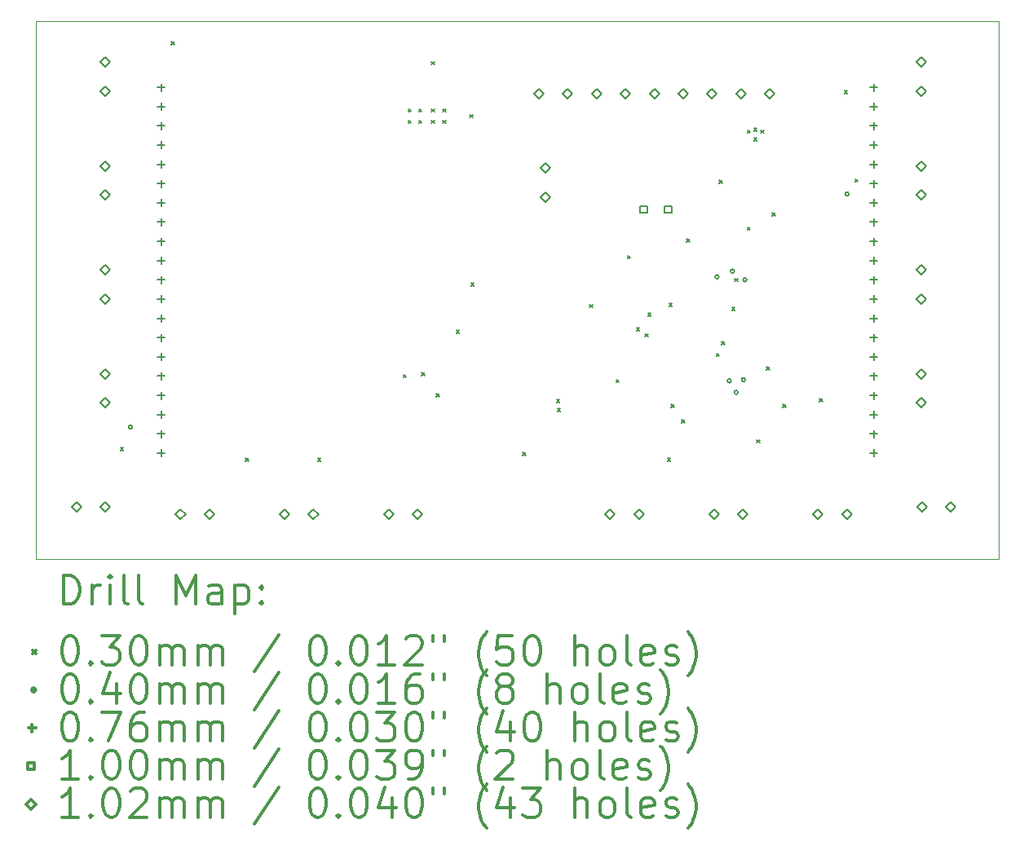
<source format=gbr>
%FSLAX45Y45*%
G04 Gerber Fmt 4.5, Leading zero omitted, Abs format (unit mm)*
G04 Created by KiCad (PCBNEW (5.1.4)-1) date 2021-11-29 21:01:01*
%MOMM*%
%LPD*%
G04 APERTURE LIST*
%ADD10C,0.100000*%
%ADD11C,0.200000*%
%ADD12C,0.300000*%
G04 APERTURE END LIST*
D10*
X21880000Y-6450000D02*
X11880000Y-6450000D01*
X21880000Y-12040000D02*
X21880000Y-6450000D01*
X11880000Y-12040000D02*
X21880000Y-12040000D01*
X11880000Y-12040000D02*
X11880000Y-6450000D01*
D11*
X12755000Y-10885000D02*
X12785000Y-10915000D01*
X12785000Y-10885000D02*
X12755000Y-10915000D01*
X13285000Y-6665000D02*
X13315000Y-6695000D01*
X13315000Y-6665000D02*
X13285000Y-6695000D01*
X14055000Y-10995000D02*
X14085000Y-11025000D01*
X14085000Y-10995000D02*
X14055000Y-11025000D01*
X14805001Y-10995000D02*
X14835001Y-11025000D01*
X14835001Y-10995000D02*
X14805001Y-11025000D01*
X15695000Y-10125000D02*
X15725000Y-10155000D01*
X15725000Y-10125000D02*
X15695000Y-10155000D01*
X15885000Y-10105000D02*
X15915000Y-10135000D01*
X15915000Y-10105000D02*
X15885000Y-10135000D01*
X15985000Y-6875000D02*
X16015000Y-6905000D01*
X16015000Y-6875000D02*
X15985000Y-6905000D01*
X16035000Y-10325000D02*
X16065000Y-10355000D01*
X16065000Y-10325000D02*
X16035000Y-10355000D01*
X16245000Y-9665000D02*
X16275000Y-9695000D01*
X16275000Y-9665000D02*
X16245000Y-9695000D01*
X16385000Y-7425000D02*
X16415000Y-7455000D01*
X16415000Y-7425000D02*
X16385000Y-7455000D01*
X16395000Y-9175000D02*
X16425000Y-9205000D01*
X16425000Y-9175000D02*
X16395000Y-9205000D01*
X16935000Y-10932499D02*
X16965000Y-10962499D01*
X16965000Y-10932499D02*
X16935000Y-10962499D01*
X17285000Y-10385000D02*
X17315000Y-10415000D01*
X17315000Y-10385000D02*
X17285000Y-10415000D01*
X17294999Y-10475000D02*
X17324999Y-10505000D01*
X17324999Y-10475000D02*
X17294999Y-10505000D01*
X17630000Y-9399000D02*
X17660000Y-9429000D01*
X17660000Y-9399000D02*
X17630000Y-9429000D01*
X17905000Y-10175000D02*
X17935000Y-10205000D01*
X17935000Y-10175000D02*
X17905000Y-10205000D01*
X18020000Y-8891000D02*
X18050000Y-8921000D01*
X18050000Y-8891000D02*
X18020000Y-8921000D01*
X18114025Y-9639999D02*
X18144025Y-9669999D01*
X18144025Y-9639999D02*
X18114025Y-9669999D01*
X18205000Y-9702500D02*
X18235000Y-9732500D01*
X18235000Y-9702500D02*
X18205000Y-9732500D01*
X18235000Y-9485000D02*
X18265000Y-9515000D01*
X18265000Y-9485000D02*
X18235000Y-9515000D01*
X18434999Y-10995000D02*
X18464999Y-11025000D01*
X18464999Y-10995000D02*
X18434999Y-11025000D01*
X18455000Y-9385000D02*
X18485000Y-9415000D01*
X18485000Y-9385000D02*
X18455000Y-9415000D01*
X18475001Y-10435000D02*
X18505001Y-10465000D01*
X18505001Y-10435000D02*
X18475001Y-10465000D01*
X18585000Y-10595000D02*
X18615000Y-10625000D01*
X18615000Y-10595000D02*
X18585000Y-10625000D01*
X18635000Y-8715000D02*
X18665000Y-8745000D01*
X18665000Y-8715000D02*
X18635000Y-8745000D01*
X18945000Y-9905000D02*
X18975000Y-9935000D01*
X18975000Y-9905000D02*
X18945000Y-9935000D01*
X18975000Y-8105000D02*
X19005000Y-8135000D01*
X19005000Y-8105000D02*
X18975000Y-8135000D01*
X18999999Y-9785000D02*
X19029999Y-9815000D01*
X19029999Y-9785000D02*
X18999999Y-9815000D01*
X19105000Y-9427500D02*
X19135000Y-9457500D01*
X19135000Y-9427500D02*
X19105000Y-9457500D01*
X19135000Y-9125000D02*
X19165000Y-9155000D01*
X19165000Y-9125000D02*
X19135000Y-9155000D01*
X19265000Y-7585000D02*
X19295000Y-7615000D01*
X19295000Y-7585000D02*
X19265000Y-7615000D01*
X19265000Y-8595000D02*
X19295000Y-8625000D01*
X19295000Y-8595000D02*
X19265000Y-8625000D01*
X19335000Y-7565000D02*
X19365000Y-7595000D01*
X19365000Y-7565000D02*
X19335000Y-7595000D01*
X19335000Y-7665000D02*
X19365000Y-7695000D01*
X19365000Y-7665000D02*
X19335000Y-7695000D01*
X19365000Y-10805000D02*
X19395000Y-10835000D01*
X19395000Y-10805000D02*
X19365000Y-10835000D01*
X19405000Y-7585000D02*
X19435000Y-7615000D01*
X19435000Y-7585000D02*
X19405000Y-7615000D01*
X19465000Y-10045000D02*
X19495000Y-10075000D01*
X19495000Y-10045000D02*
X19465000Y-10075000D01*
X19525000Y-8445000D02*
X19555000Y-8475000D01*
X19555000Y-8445000D02*
X19525000Y-8475000D01*
X19635000Y-10435000D02*
X19665000Y-10465000D01*
X19665000Y-10435000D02*
X19635000Y-10465000D01*
X20015000Y-10375000D02*
X20045000Y-10405000D01*
X20045000Y-10375000D02*
X20015000Y-10405000D01*
X20275000Y-7175000D02*
X20305000Y-7205000D01*
X20305000Y-7175000D02*
X20275000Y-7205000D01*
X20385000Y-8095000D02*
X20415000Y-8125000D01*
X20415000Y-8095000D02*
X20385000Y-8125000D01*
X15745000Y-7365000D02*
X15775000Y-7395000D01*
X15775000Y-7365000D02*
X15745000Y-7395000D01*
X15745000Y-7485000D02*
X15775000Y-7515000D01*
X15775000Y-7485000D02*
X15745000Y-7515000D01*
X15855000Y-7365000D02*
X15885000Y-7395000D01*
X15885000Y-7365000D02*
X15855000Y-7395000D01*
X15855000Y-7485000D02*
X15885000Y-7515000D01*
X15885000Y-7485000D02*
X15855000Y-7515000D01*
X15985000Y-7365000D02*
X16015000Y-7395000D01*
X16015000Y-7365000D02*
X15985000Y-7395000D01*
X15985000Y-7485000D02*
X16015000Y-7515000D01*
X16015000Y-7485000D02*
X15985000Y-7515000D01*
X16105000Y-7365000D02*
X16135000Y-7395000D01*
X16135000Y-7365000D02*
X16105000Y-7395000D01*
X16105000Y-7485000D02*
X16135000Y-7515000D01*
X16135000Y-7485000D02*
X16105000Y-7515000D01*
X12880000Y-10670000D02*
G75*
G03X12880000Y-10670000I-20000J0D01*
G01*
X18970000Y-9110000D02*
G75*
G03X18970000Y-9110000I-20000J0D01*
G01*
X19097499Y-10190000D02*
G75*
G03X19097499Y-10190000I-20000J0D01*
G01*
X19130000Y-9050000D02*
G75*
G03X19130000Y-9050000I-20000J0D01*
G01*
X19170000Y-10310000D02*
G75*
G03X19170000Y-10310000I-20000J0D01*
G01*
X19244549Y-10177951D02*
G75*
G03X19244549Y-10177951I-20000J0D01*
G01*
X19260000Y-9140000D02*
G75*
G03X19260000Y-9140000I-20000J0D01*
G01*
X20320000Y-8250000D02*
G75*
G03X20320000Y-8250000I-20000J0D01*
G01*
X13180000Y-7101900D02*
X13180000Y-7178100D01*
X13141900Y-7140000D02*
X13218100Y-7140000D01*
X13180000Y-7301900D02*
X13180000Y-7378100D01*
X13141900Y-7340000D02*
X13218100Y-7340000D01*
X13180000Y-7501900D02*
X13180000Y-7578100D01*
X13141900Y-7540000D02*
X13218100Y-7540000D01*
X13180000Y-7701900D02*
X13180000Y-7778100D01*
X13141900Y-7740000D02*
X13218100Y-7740000D01*
X13180000Y-7901900D02*
X13180000Y-7978100D01*
X13141900Y-7940000D02*
X13218100Y-7940000D01*
X13180000Y-8101900D02*
X13180000Y-8178100D01*
X13141900Y-8140000D02*
X13218100Y-8140000D01*
X13180000Y-8301900D02*
X13180000Y-8378100D01*
X13141900Y-8340000D02*
X13218100Y-8340000D01*
X13180000Y-8501900D02*
X13180000Y-8578100D01*
X13141900Y-8540000D02*
X13218100Y-8540000D01*
X13180000Y-8701900D02*
X13180000Y-8778100D01*
X13141900Y-8740000D02*
X13218100Y-8740000D01*
X13180000Y-8901900D02*
X13180000Y-8978100D01*
X13141900Y-8940000D02*
X13218100Y-8940000D01*
X13180000Y-9101900D02*
X13180000Y-9178100D01*
X13141900Y-9140000D02*
X13218100Y-9140000D01*
X13180000Y-9301900D02*
X13180000Y-9378100D01*
X13141900Y-9340000D02*
X13218100Y-9340000D01*
X13180000Y-9501900D02*
X13180000Y-9578100D01*
X13141900Y-9540000D02*
X13218100Y-9540000D01*
X13180000Y-9701900D02*
X13180000Y-9778100D01*
X13141900Y-9740000D02*
X13218100Y-9740000D01*
X13180000Y-9901900D02*
X13180000Y-9978100D01*
X13141900Y-9940000D02*
X13218100Y-9940000D01*
X13180000Y-10101900D02*
X13180000Y-10178100D01*
X13141900Y-10140000D02*
X13218100Y-10140000D01*
X13180000Y-10301900D02*
X13180000Y-10378100D01*
X13141900Y-10340000D02*
X13218100Y-10340000D01*
X13180000Y-10501900D02*
X13180000Y-10578100D01*
X13141900Y-10540000D02*
X13218100Y-10540000D01*
X13180000Y-10701900D02*
X13180000Y-10778100D01*
X13141900Y-10740000D02*
X13218100Y-10740000D01*
X13180000Y-10901900D02*
X13180000Y-10978100D01*
X13141900Y-10940000D02*
X13218100Y-10940000D01*
X20580000Y-7101900D02*
X20580000Y-7178100D01*
X20541900Y-7140000D02*
X20618100Y-7140000D01*
X20580000Y-7301900D02*
X20580000Y-7378100D01*
X20541900Y-7340000D02*
X20618100Y-7340000D01*
X20580000Y-7501900D02*
X20580000Y-7578100D01*
X20541900Y-7540000D02*
X20618100Y-7540000D01*
X20580000Y-7701900D02*
X20580000Y-7778100D01*
X20541900Y-7740000D02*
X20618100Y-7740000D01*
X20580000Y-7901900D02*
X20580000Y-7978100D01*
X20541900Y-7940000D02*
X20618100Y-7940000D01*
X20580000Y-8101900D02*
X20580000Y-8178100D01*
X20541900Y-8140000D02*
X20618100Y-8140000D01*
X20580000Y-8301900D02*
X20580000Y-8378100D01*
X20541900Y-8340000D02*
X20618100Y-8340000D01*
X20580000Y-8501900D02*
X20580000Y-8578100D01*
X20541900Y-8540000D02*
X20618100Y-8540000D01*
X20580000Y-8701900D02*
X20580000Y-8778100D01*
X20541900Y-8740000D02*
X20618100Y-8740000D01*
X20580000Y-8901900D02*
X20580000Y-8978100D01*
X20541900Y-8940000D02*
X20618100Y-8940000D01*
X20580000Y-9101900D02*
X20580000Y-9178100D01*
X20541900Y-9140000D02*
X20618100Y-9140000D01*
X20580000Y-9301900D02*
X20580000Y-9378100D01*
X20541900Y-9340000D02*
X20618100Y-9340000D01*
X20580000Y-9501900D02*
X20580000Y-9578100D01*
X20541900Y-9540000D02*
X20618100Y-9540000D01*
X20580000Y-9701900D02*
X20580000Y-9778100D01*
X20541900Y-9740000D02*
X20618100Y-9740000D01*
X20580000Y-9901900D02*
X20580000Y-9978100D01*
X20541900Y-9940000D02*
X20618100Y-9940000D01*
X20580000Y-10101900D02*
X20580000Y-10178100D01*
X20541900Y-10140000D02*
X20618100Y-10140000D01*
X20580000Y-10301900D02*
X20580000Y-10378100D01*
X20541900Y-10340000D02*
X20618100Y-10340000D01*
X20580000Y-10501900D02*
X20580000Y-10578100D01*
X20541900Y-10540000D02*
X20618100Y-10540000D01*
X20580000Y-10701900D02*
X20580000Y-10778100D01*
X20541900Y-10740000D02*
X20618100Y-10740000D01*
X20580000Y-10901900D02*
X20580000Y-10978100D01*
X20541900Y-10940000D02*
X20618100Y-10940000D01*
X18225356Y-8445356D02*
X18225356Y-8374644D01*
X18154644Y-8374644D01*
X18154644Y-8445356D01*
X18225356Y-8445356D01*
X18479356Y-8445356D02*
X18479356Y-8374644D01*
X18408644Y-8374644D01*
X18408644Y-8445356D01*
X18479356Y-8445356D01*
X21070000Y-9091000D02*
X21121000Y-9040000D01*
X21070000Y-8989000D01*
X21019000Y-9040000D01*
X21070000Y-9091000D01*
X21070000Y-9391000D02*
X21121000Y-9340000D01*
X21070000Y-9289000D01*
X21019000Y-9340000D01*
X21070000Y-9391000D01*
X12600000Y-10171000D02*
X12651000Y-10120000D01*
X12600000Y-10069000D01*
X12549000Y-10120000D01*
X12600000Y-10171000D01*
X12600000Y-10471000D02*
X12651000Y-10420000D01*
X12600000Y-10369000D01*
X12549000Y-10420000D01*
X12600000Y-10471000D01*
X21070000Y-6931000D02*
X21121000Y-6880000D01*
X21070000Y-6829000D01*
X21019000Y-6880000D01*
X21070000Y-6931000D01*
X21070000Y-7231000D02*
X21121000Y-7180000D01*
X21070000Y-7129000D01*
X21019000Y-7180000D01*
X21070000Y-7231000D01*
X14460000Y-11631000D02*
X14511000Y-11580000D01*
X14460000Y-11529000D01*
X14409000Y-11580000D01*
X14460000Y-11631000D01*
X14760000Y-11631000D02*
X14811000Y-11580000D01*
X14760000Y-11529000D01*
X14709000Y-11580000D01*
X14760000Y-11631000D01*
X13380000Y-11631000D02*
X13431000Y-11580000D01*
X13380000Y-11529000D01*
X13329000Y-11580000D01*
X13380000Y-11631000D01*
X13680000Y-11631000D02*
X13731000Y-11580000D01*
X13680000Y-11529000D01*
X13629000Y-11580000D01*
X13680000Y-11631000D01*
X17840000Y-11631000D02*
X17891000Y-11580000D01*
X17840000Y-11529000D01*
X17789000Y-11580000D01*
X17840000Y-11631000D01*
X18140000Y-11631000D02*
X18191000Y-11580000D01*
X18140000Y-11529000D01*
X18089000Y-11580000D01*
X18140000Y-11631000D01*
X12600000Y-6931000D02*
X12651000Y-6880000D01*
X12600000Y-6829000D01*
X12549000Y-6880000D01*
X12600000Y-6931000D01*
X12600000Y-7231000D02*
X12651000Y-7180000D01*
X12600000Y-7129000D01*
X12549000Y-7180000D01*
X12600000Y-7231000D01*
X18920000Y-11631000D02*
X18971000Y-11580000D01*
X18920000Y-11529000D01*
X18869000Y-11580000D01*
X18920000Y-11631000D01*
X19220000Y-11631000D02*
X19271000Y-11580000D01*
X19220000Y-11529000D01*
X19169000Y-11580000D01*
X19220000Y-11631000D01*
X17170000Y-8031000D02*
X17221000Y-7980000D01*
X17170000Y-7929000D01*
X17119000Y-7980000D01*
X17170000Y-8031000D01*
X17170000Y-8331000D02*
X17221000Y-8280000D01*
X17170000Y-8229000D01*
X17119000Y-8280000D01*
X17170000Y-8331000D01*
X12600000Y-9091000D02*
X12651000Y-9040000D01*
X12600000Y-8989000D01*
X12549000Y-9040000D01*
X12600000Y-9091000D01*
X12600000Y-9391000D02*
X12651000Y-9340000D01*
X12600000Y-9289000D01*
X12549000Y-9340000D01*
X12600000Y-9391000D01*
X21070000Y-8011000D02*
X21121000Y-7960000D01*
X21070000Y-7909000D01*
X21019000Y-7960000D01*
X21070000Y-8011000D01*
X21070000Y-8311000D02*
X21121000Y-8260000D01*
X21070000Y-8209000D01*
X21019000Y-8260000D01*
X21070000Y-8311000D01*
X12600000Y-8011000D02*
X12651000Y-7960000D01*
X12600000Y-7909000D01*
X12549000Y-7960000D01*
X12600000Y-8011000D01*
X12600000Y-8311000D02*
X12651000Y-8260000D01*
X12600000Y-8209000D01*
X12549000Y-8260000D01*
X12600000Y-8311000D01*
X21070000Y-10171000D02*
X21121000Y-10120000D01*
X21070000Y-10069000D01*
X21019000Y-10120000D01*
X21070000Y-10171000D01*
X21070000Y-10471000D02*
X21121000Y-10420000D01*
X21070000Y-10369000D01*
X21019000Y-10420000D01*
X21070000Y-10471000D01*
X12300000Y-11551000D02*
X12351000Y-11500000D01*
X12300000Y-11449000D01*
X12249000Y-11500000D01*
X12300000Y-11551000D01*
X12600000Y-11551000D02*
X12651000Y-11500000D01*
X12600000Y-11449000D01*
X12549000Y-11500000D01*
X12600000Y-11551000D01*
X15540000Y-11631000D02*
X15591000Y-11580000D01*
X15540000Y-11529000D01*
X15489000Y-11580000D01*
X15540000Y-11631000D01*
X15840000Y-11631000D02*
X15891000Y-11580000D01*
X15840000Y-11529000D01*
X15789000Y-11580000D01*
X15840000Y-11631000D01*
X20000000Y-11631000D02*
X20051000Y-11580000D01*
X20000000Y-11529000D01*
X19949000Y-11580000D01*
X20000000Y-11631000D01*
X20300000Y-11631000D02*
X20351000Y-11580000D01*
X20300000Y-11529000D01*
X20249000Y-11580000D01*
X20300000Y-11631000D01*
X17100000Y-7261000D02*
X17151000Y-7210000D01*
X17100000Y-7159000D01*
X17049000Y-7210000D01*
X17100000Y-7261000D01*
X17400000Y-7261000D02*
X17451000Y-7210000D01*
X17400000Y-7159000D01*
X17349000Y-7210000D01*
X17400000Y-7261000D01*
X17700000Y-7261000D02*
X17751000Y-7210000D01*
X17700000Y-7159000D01*
X17649000Y-7210000D01*
X17700000Y-7261000D01*
X18000000Y-7261000D02*
X18051000Y-7210000D01*
X18000000Y-7159000D01*
X17949000Y-7210000D01*
X18000000Y-7261000D01*
X18300000Y-7261000D02*
X18351000Y-7210000D01*
X18300000Y-7159000D01*
X18249000Y-7210000D01*
X18300000Y-7261000D01*
X18600000Y-7261000D02*
X18651000Y-7210000D01*
X18600000Y-7159000D01*
X18549000Y-7210000D01*
X18600000Y-7261000D01*
X18900000Y-7261000D02*
X18951000Y-7210000D01*
X18900000Y-7159000D01*
X18849000Y-7210000D01*
X18900000Y-7261000D01*
X19200000Y-7261000D02*
X19251000Y-7210000D01*
X19200000Y-7159000D01*
X19149000Y-7210000D01*
X19200000Y-7261000D01*
X19500000Y-7261000D02*
X19551000Y-7210000D01*
X19500000Y-7159000D01*
X19449000Y-7210000D01*
X19500000Y-7261000D01*
X21080000Y-11551000D02*
X21131000Y-11500000D01*
X21080000Y-11449000D01*
X21029000Y-11500000D01*
X21080000Y-11551000D01*
X21380000Y-11551000D02*
X21431000Y-11500000D01*
X21380000Y-11449000D01*
X21329000Y-11500000D01*
X21380000Y-11551000D01*
D12*
X12161428Y-12510714D02*
X12161428Y-12210714D01*
X12232857Y-12210714D01*
X12275714Y-12225000D01*
X12304286Y-12253571D01*
X12318571Y-12282143D01*
X12332857Y-12339286D01*
X12332857Y-12382143D01*
X12318571Y-12439286D01*
X12304286Y-12467857D01*
X12275714Y-12496429D01*
X12232857Y-12510714D01*
X12161428Y-12510714D01*
X12461428Y-12510714D02*
X12461428Y-12310714D01*
X12461428Y-12367857D02*
X12475714Y-12339286D01*
X12490000Y-12325000D01*
X12518571Y-12310714D01*
X12547143Y-12310714D01*
X12647143Y-12510714D02*
X12647143Y-12310714D01*
X12647143Y-12210714D02*
X12632857Y-12225000D01*
X12647143Y-12239286D01*
X12661428Y-12225000D01*
X12647143Y-12210714D01*
X12647143Y-12239286D01*
X12832857Y-12510714D02*
X12804286Y-12496429D01*
X12790000Y-12467857D01*
X12790000Y-12210714D01*
X12990000Y-12510714D02*
X12961428Y-12496429D01*
X12947143Y-12467857D01*
X12947143Y-12210714D01*
X13332857Y-12510714D02*
X13332857Y-12210714D01*
X13432857Y-12425000D01*
X13532857Y-12210714D01*
X13532857Y-12510714D01*
X13804286Y-12510714D02*
X13804286Y-12353571D01*
X13790000Y-12325000D01*
X13761428Y-12310714D01*
X13704286Y-12310714D01*
X13675714Y-12325000D01*
X13804286Y-12496429D02*
X13775714Y-12510714D01*
X13704286Y-12510714D01*
X13675714Y-12496429D01*
X13661428Y-12467857D01*
X13661428Y-12439286D01*
X13675714Y-12410714D01*
X13704286Y-12396429D01*
X13775714Y-12396429D01*
X13804286Y-12382143D01*
X13947143Y-12310714D02*
X13947143Y-12610714D01*
X13947143Y-12325000D02*
X13975714Y-12310714D01*
X14032857Y-12310714D01*
X14061428Y-12325000D01*
X14075714Y-12339286D01*
X14090000Y-12367857D01*
X14090000Y-12453571D01*
X14075714Y-12482143D01*
X14061428Y-12496429D01*
X14032857Y-12510714D01*
X13975714Y-12510714D01*
X13947143Y-12496429D01*
X14218571Y-12482143D02*
X14232857Y-12496429D01*
X14218571Y-12510714D01*
X14204286Y-12496429D01*
X14218571Y-12482143D01*
X14218571Y-12510714D01*
X14218571Y-12325000D02*
X14232857Y-12339286D01*
X14218571Y-12353571D01*
X14204286Y-12339286D01*
X14218571Y-12325000D01*
X14218571Y-12353571D01*
X11845000Y-12990000D02*
X11875000Y-13020000D01*
X11875000Y-12990000D02*
X11845000Y-13020000D01*
X12218571Y-12840714D02*
X12247143Y-12840714D01*
X12275714Y-12855000D01*
X12290000Y-12869286D01*
X12304286Y-12897857D01*
X12318571Y-12955000D01*
X12318571Y-13026429D01*
X12304286Y-13083571D01*
X12290000Y-13112143D01*
X12275714Y-13126429D01*
X12247143Y-13140714D01*
X12218571Y-13140714D01*
X12190000Y-13126429D01*
X12175714Y-13112143D01*
X12161428Y-13083571D01*
X12147143Y-13026429D01*
X12147143Y-12955000D01*
X12161428Y-12897857D01*
X12175714Y-12869286D01*
X12190000Y-12855000D01*
X12218571Y-12840714D01*
X12447143Y-13112143D02*
X12461428Y-13126429D01*
X12447143Y-13140714D01*
X12432857Y-13126429D01*
X12447143Y-13112143D01*
X12447143Y-13140714D01*
X12561428Y-12840714D02*
X12747143Y-12840714D01*
X12647143Y-12955000D01*
X12690000Y-12955000D01*
X12718571Y-12969286D01*
X12732857Y-12983571D01*
X12747143Y-13012143D01*
X12747143Y-13083571D01*
X12732857Y-13112143D01*
X12718571Y-13126429D01*
X12690000Y-13140714D01*
X12604286Y-13140714D01*
X12575714Y-13126429D01*
X12561428Y-13112143D01*
X12932857Y-12840714D02*
X12961428Y-12840714D01*
X12990000Y-12855000D01*
X13004286Y-12869286D01*
X13018571Y-12897857D01*
X13032857Y-12955000D01*
X13032857Y-13026429D01*
X13018571Y-13083571D01*
X13004286Y-13112143D01*
X12990000Y-13126429D01*
X12961428Y-13140714D01*
X12932857Y-13140714D01*
X12904286Y-13126429D01*
X12890000Y-13112143D01*
X12875714Y-13083571D01*
X12861428Y-13026429D01*
X12861428Y-12955000D01*
X12875714Y-12897857D01*
X12890000Y-12869286D01*
X12904286Y-12855000D01*
X12932857Y-12840714D01*
X13161428Y-13140714D02*
X13161428Y-12940714D01*
X13161428Y-12969286D02*
X13175714Y-12955000D01*
X13204286Y-12940714D01*
X13247143Y-12940714D01*
X13275714Y-12955000D01*
X13290000Y-12983571D01*
X13290000Y-13140714D01*
X13290000Y-12983571D02*
X13304286Y-12955000D01*
X13332857Y-12940714D01*
X13375714Y-12940714D01*
X13404286Y-12955000D01*
X13418571Y-12983571D01*
X13418571Y-13140714D01*
X13561428Y-13140714D02*
X13561428Y-12940714D01*
X13561428Y-12969286D02*
X13575714Y-12955000D01*
X13604286Y-12940714D01*
X13647143Y-12940714D01*
X13675714Y-12955000D01*
X13690000Y-12983571D01*
X13690000Y-13140714D01*
X13690000Y-12983571D02*
X13704286Y-12955000D01*
X13732857Y-12940714D01*
X13775714Y-12940714D01*
X13804286Y-12955000D01*
X13818571Y-12983571D01*
X13818571Y-13140714D01*
X14404286Y-12826429D02*
X14147143Y-13212143D01*
X14790000Y-12840714D02*
X14818571Y-12840714D01*
X14847143Y-12855000D01*
X14861428Y-12869286D01*
X14875714Y-12897857D01*
X14890000Y-12955000D01*
X14890000Y-13026429D01*
X14875714Y-13083571D01*
X14861428Y-13112143D01*
X14847143Y-13126429D01*
X14818571Y-13140714D01*
X14790000Y-13140714D01*
X14761428Y-13126429D01*
X14747143Y-13112143D01*
X14732857Y-13083571D01*
X14718571Y-13026429D01*
X14718571Y-12955000D01*
X14732857Y-12897857D01*
X14747143Y-12869286D01*
X14761428Y-12855000D01*
X14790000Y-12840714D01*
X15018571Y-13112143D02*
X15032857Y-13126429D01*
X15018571Y-13140714D01*
X15004286Y-13126429D01*
X15018571Y-13112143D01*
X15018571Y-13140714D01*
X15218571Y-12840714D02*
X15247143Y-12840714D01*
X15275714Y-12855000D01*
X15290000Y-12869286D01*
X15304286Y-12897857D01*
X15318571Y-12955000D01*
X15318571Y-13026429D01*
X15304286Y-13083571D01*
X15290000Y-13112143D01*
X15275714Y-13126429D01*
X15247143Y-13140714D01*
X15218571Y-13140714D01*
X15190000Y-13126429D01*
X15175714Y-13112143D01*
X15161428Y-13083571D01*
X15147143Y-13026429D01*
X15147143Y-12955000D01*
X15161428Y-12897857D01*
X15175714Y-12869286D01*
X15190000Y-12855000D01*
X15218571Y-12840714D01*
X15604286Y-13140714D02*
X15432857Y-13140714D01*
X15518571Y-13140714D02*
X15518571Y-12840714D01*
X15490000Y-12883571D01*
X15461428Y-12912143D01*
X15432857Y-12926429D01*
X15718571Y-12869286D02*
X15732857Y-12855000D01*
X15761428Y-12840714D01*
X15832857Y-12840714D01*
X15861428Y-12855000D01*
X15875714Y-12869286D01*
X15890000Y-12897857D01*
X15890000Y-12926429D01*
X15875714Y-12969286D01*
X15704286Y-13140714D01*
X15890000Y-13140714D01*
X16004286Y-12840714D02*
X16004286Y-12897857D01*
X16118571Y-12840714D02*
X16118571Y-12897857D01*
X16561428Y-13255000D02*
X16547143Y-13240714D01*
X16518571Y-13197857D01*
X16504286Y-13169286D01*
X16490000Y-13126429D01*
X16475714Y-13055000D01*
X16475714Y-12997857D01*
X16490000Y-12926429D01*
X16504286Y-12883571D01*
X16518571Y-12855000D01*
X16547143Y-12812143D01*
X16561428Y-12797857D01*
X16818571Y-12840714D02*
X16675714Y-12840714D01*
X16661428Y-12983571D01*
X16675714Y-12969286D01*
X16704286Y-12955000D01*
X16775714Y-12955000D01*
X16804286Y-12969286D01*
X16818571Y-12983571D01*
X16832857Y-13012143D01*
X16832857Y-13083571D01*
X16818571Y-13112143D01*
X16804286Y-13126429D01*
X16775714Y-13140714D01*
X16704286Y-13140714D01*
X16675714Y-13126429D01*
X16661428Y-13112143D01*
X17018571Y-12840714D02*
X17047143Y-12840714D01*
X17075714Y-12855000D01*
X17090000Y-12869286D01*
X17104286Y-12897857D01*
X17118571Y-12955000D01*
X17118571Y-13026429D01*
X17104286Y-13083571D01*
X17090000Y-13112143D01*
X17075714Y-13126429D01*
X17047143Y-13140714D01*
X17018571Y-13140714D01*
X16990000Y-13126429D01*
X16975714Y-13112143D01*
X16961428Y-13083571D01*
X16947143Y-13026429D01*
X16947143Y-12955000D01*
X16961428Y-12897857D01*
X16975714Y-12869286D01*
X16990000Y-12855000D01*
X17018571Y-12840714D01*
X17475714Y-13140714D02*
X17475714Y-12840714D01*
X17604286Y-13140714D02*
X17604286Y-12983571D01*
X17590000Y-12955000D01*
X17561428Y-12940714D01*
X17518571Y-12940714D01*
X17490000Y-12955000D01*
X17475714Y-12969286D01*
X17790000Y-13140714D02*
X17761428Y-13126429D01*
X17747143Y-13112143D01*
X17732857Y-13083571D01*
X17732857Y-12997857D01*
X17747143Y-12969286D01*
X17761428Y-12955000D01*
X17790000Y-12940714D01*
X17832857Y-12940714D01*
X17861428Y-12955000D01*
X17875714Y-12969286D01*
X17890000Y-12997857D01*
X17890000Y-13083571D01*
X17875714Y-13112143D01*
X17861428Y-13126429D01*
X17832857Y-13140714D01*
X17790000Y-13140714D01*
X18061428Y-13140714D02*
X18032857Y-13126429D01*
X18018571Y-13097857D01*
X18018571Y-12840714D01*
X18290000Y-13126429D02*
X18261428Y-13140714D01*
X18204286Y-13140714D01*
X18175714Y-13126429D01*
X18161428Y-13097857D01*
X18161428Y-12983571D01*
X18175714Y-12955000D01*
X18204286Y-12940714D01*
X18261428Y-12940714D01*
X18290000Y-12955000D01*
X18304286Y-12983571D01*
X18304286Y-13012143D01*
X18161428Y-13040714D01*
X18418571Y-13126429D02*
X18447143Y-13140714D01*
X18504286Y-13140714D01*
X18532857Y-13126429D01*
X18547143Y-13097857D01*
X18547143Y-13083571D01*
X18532857Y-13055000D01*
X18504286Y-13040714D01*
X18461428Y-13040714D01*
X18432857Y-13026429D01*
X18418571Y-12997857D01*
X18418571Y-12983571D01*
X18432857Y-12955000D01*
X18461428Y-12940714D01*
X18504286Y-12940714D01*
X18532857Y-12955000D01*
X18647143Y-13255000D02*
X18661428Y-13240714D01*
X18690000Y-13197857D01*
X18704286Y-13169286D01*
X18718571Y-13126429D01*
X18732857Y-13055000D01*
X18732857Y-12997857D01*
X18718571Y-12926429D01*
X18704286Y-12883571D01*
X18690000Y-12855000D01*
X18661428Y-12812143D01*
X18647143Y-12797857D01*
X11875000Y-13401000D02*
G75*
G03X11875000Y-13401000I-20000J0D01*
G01*
X12218571Y-13236714D02*
X12247143Y-13236714D01*
X12275714Y-13251000D01*
X12290000Y-13265286D01*
X12304286Y-13293857D01*
X12318571Y-13351000D01*
X12318571Y-13422429D01*
X12304286Y-13479571D01*
X12290000Y-13508143D01*
X12275714Y-13522429D01*
X12247143Y-13536714D01*
X12218571Y-13536714D01*
X12190000Y-13522429D01*
X12175714Y-13508143D01*
X12161428Y-13479571D01*
X12147143Y-13422429D01*
X12147143Y-13351000D01*
X12161428Y-13293857D01*
X12175714Y-13265286D01*
X12190000Y-13251000D01*
X12218571Y-13236714D01*
X12447143Y-13508143D02*
X12461428Y-13522429D01*
X12447143Y-13536714D01*
X12432857Y-13522429D01*
X12447143Y-13508143D01*
X12447143Y-13536714D01*
X12718571Y-13336714D02*
X12718571Y-13536714D01*
X12647143Y-13222429D02*
X12575714Y-13436714D01*
X12761428Y-13436714D01*
X12932857Y-13236714D02*
X12961428Y-13236714D01*
X12990000Y-13251000D01*
X13004286Y-13265286D01*
X13018571Y-13293857D01*
X13032857Y-13351000D01*
X13032857Y-13422429D01*
X13018571Y-13479571D01*
X13004286Y-13508143D01*
X12990000Y-13522429D01*
X12961428Y-13536714D01*
X12932857Y-13536714D01*
X12904286Y-13522429D01*
X12890000Y-13508143D01*
X12875714Y-13479571D01*
X12861428Y-13422429D01*
X12861428Y-13351000D01*
X12875714Y-13293857D01*
X12890000Y-13265286D01*
X12904286Y-13251000D01*
X12932857Y-13236714D01*
X13161428Y-13536714D02*
X13161428Y-13336714D01*
X13161428Y-13365286D02*
X13175714Y-13351000D01*
X13204286Y-13336714D01*
X13247143Y-13336714D01*
X13275714Y-13351000D01*
X13290000Y-13379571D01*
X13290000Y-13536714D01*
X13290000Y-13379571D02*
X13304286Y-13351000D01*
X13332857Y-13336714D01*
X13375714Y-13336714D01*
X13404286Y-13351000D01*
X13418571Y-13379571D01*
X13418571Y-13536714D01*
X13561428Y-13536714D02*
X13561428Y-13336714D01*
X13561428Y-13365286D02*
X13575714Y-13351000D01*
X13604286Y-13336714D01*
X13647143Y-13336714D01*
X13675714Y-13351000D01*
X13690000Y-13379571D01*
X13690000Y-13536714D01*
X13690000Y-13379571D02*
X13704286Y-13351000D01*
X13732857Y-13336714D01*
X13775714Y-13336714D01*
X13804286Y-13351000D01*
X13818571Y-13379571D01*
X13818571Y-13536714D01*
X14404286Y-13222429D02*
X14147143Y-13608143D01*
X14790000Y-13236714D02*
X14818571Y-13236714D01*
X14847143Y-13251000D01*
X14861428Y-13265286D01*
X14875714Y-13293857D01*
X14890000Y-13351000D01*
X14890000Y-13422429D01*
X14875714Y-13479571D01*
X14861428Y-13508143D01*
X14847143Y-13522429D01*
X14818571Y-13536714D01*
X14790000Y-13536714D01*
X14761428Y-13522429D01*
X14747143Y-13508143D01*
X14732857Y-13479571D01*
X14718571Y-13422429D01*
X14718571Y-13351000D01*
X14732857Y-13293857D01*
X14747143Y-13265286D01*
X14761428Y-13251000D01*
X14790000Y-13236714D01*
X15018571Y-13508143D02*
X15032857Y-13522429D01*
X15018571Y-13536714D01*
X15004286Y-13522429D01*
X15018571Y-13508143D01*
X15018571Y-13536714D01*
X15218571Y-13236714D02*
X15247143Y-13236714D01*
X15275714Y-13251000D01*
X15290000Y-13265286D01*
X15304286Y-13293857D01*
X15318571Y-13351000D01*
X15318571Y-13422429D01*
X15304286Y-13479571D01*
X15290000Y-13508143D01*
X15275714Y-13522429D01*
X15247143Y-13536714D01*
X15218571Y-13536714D01*
X15190000Y-13522429D01*
X15175714Y-13508143D01*
X15161428Y-13479571D01*
X15147143Y-13422429D01*
X15147143Y-13351000D01*
X15161428Y-13293857D01*
X15175714Y-13265286D01*
X15190000Y-13251000D01*
X15218571Y-13236714D01*
X15604286Y-13536714D02*
X15432857Y-13536714D01*
X15518571Y-13536714D02*
X15518571Y-13236714D01*
X15490000Y-13279571D01*
X15461428Y-13308143D01*
X15432857Y-13322429D01*
X15861428Y-13236714D02*
X15804286Y-13236714D01*
X15775714Y-13251000D01*
X15761428Y-13265286D01*
X15732857Y-13308143D01*
X15718571Y-13365286D01*
X15718571Y-13479571D01*
X15732857Y-13508143D01*
X15747143Y-13522429D01*
X15775714Y-13536714D01*
X15832857Y-13536714D01*
X15861428Y-13522429D01*
X15875714Y-13508143D01*
X15890000Y-13479571D01*
X15890000Y-13408143D01*
X15875714Y-13379571D01*
X15861428Y-13365286D01*
X15832857Y-13351000D01*
X15775714Y-13351000D01*
X15747143Y-13365286D01*
X15732857Y-13379571D01*
X15718571Y-13408143D01*
X16004286Y-13236714D02*
X16004286Y-13293857D01*
X16118571Y-13236714D02*
X16118571Y-13293857D01*
X16561428Y-13651000D02*
X16547143Y-13636714D01*
X16518571Y-13593857D01*
X16504286Y-13565286D01*
X16490000Y-13522429D01*
X16475714Y-13451000D01*
X16475714Y-13393857D01*
X16490000Y-13322429D01*
X16504286Y-13279571D01*
X16518571Y-13251000D01*
X16547143Y-13208143D01*
X16561428Y-13193857D01*
X16718571Y-13365286D02*
X16690000Y-13351000D01*
X16675714Y-13336714D01*
X16661428Y-13308143D01*
X16661428Y-13293857D01*
X16675714Y-13265286D01*
X16690000Y-13251000D01*
X16718571Y-13236714D01*
X16775714Y-13236714D01*
X16804286Y-13251000D01*
X16818571Y-13265286D01*
X16832857Y-13293857D01*
X16832857Y-13308143D01*
X16818571Y-13336714D01*
X16804286Y-13351000D01*
X16775714Y-13365286D01*
X16718571Y-13365286D01*
X16690000Y-13379571D01*
X16675714Y-13393857D01*
X16661428Y-13422429D01*
X16661428Y-13479571D01*
X16675714Y-13508143D01*
X16690000Y-13522429D01*
X16718571Y-13536714D01*
X16775714Y-13536714D01*
X16804286Y-13522429D01*
X16818571Y-13508143D01*
X16832857Y-13479571D01*
X16832857Y-13422429D01*
X16818571Y-13393857D01*
X16804286Y-13379571D01*
X16775714Y-13365286D01*
X17190000Y-13536714D02*
X17190000Y-13236714D01*
X17318571Y-13536714D02*
X17318571Y-13379571D01*
X17304286Y-13351000D01*
X17275714Y-13336714D01*
X17232857Y-13336714D01*
X17204286Y-13351000D01*
X17190000Y-13365286D01*
X17504286Y-13536714D02*
X17475714Y-13522429D01*
X17461428Y-13508143D01*
X17447143Y-13479571D01*
X17447143Y-13393857D01*
X17461428Y-13365286D01*
X17475714Y-13351000D01*
X17504286Y-13336714D01*
X17547143Y-13336714D01*
X17575714Y-13351000D01*
X17590000Y-13365286D01*
X17604286Y-13393857D01*
X17604286Y-13479571D01*
X17590000Y-13508143D01*
X17575714Y-13522429D01*
X17547143Y-13536714D01*
X17504286Y-13536714D01*
X17775714Y-13536714D02*
X17747143Y-13522429D01*
X17732857Y-13493857D01*
X17732857Y-13236714D01*
X18004286Y-13522429D02*
X17975714Y-13536714D01*
X17918571Y-13536714D01*
X17890000Y-13522429D01*
X17875714Y-13493857D01*
X17875714Y-13379571D01*
X17890000Y-13351000D01*
X17918571Y-13336714D01*
X17975714Y-13336714D01*
X18004286Y-13351000D01*
X18018571Y-13379571D01*
X18018571Y-13408143D01*
X17875714Y-13436714D01*
X18132857Y-13522429D02*
X18161428Y-13536714D01*
X18218571Y-13536714D01*
X18247143Y-13522429D01*
X18261428Y-13493857D01*
X18261428Y-13479571D01*
X18247143Y-13451000D01*
X18218571Y-13436714D01*
X18175714Y-13436714D01*
X18147143Y-13422429D01*
X18132857Y-13393857D01*
X18132857Y-13379571D01*
X18147143Y-13351000D01*
X18175714Y-13336714D01*
X18218571Y-13336714D01*
X18247143Y-13351000D01*
X18361428Y-13651000D02*
X18375714Y-13636714D01*
X18404286Y-13593857D01*
X18418571Y-13565286D01*
X18432857Y-13522429D01*
X18447143Y-13451000D01*
X18447143Y-13393857D01*
X18432857Y-13322429D01*
X18418571Y-13279571D01*
X18404286Y-13251000D01*
X18375714Y-13208143D01*
X18361428Y-13193857D01*
X11836900Y-13758900D02*
X11836900Y-13835100D01*
X11798800Y-13797000D02*
X11875000Y-13797000D01*
X12218571Y-13632714D02*
X12247143Y-13632714D01*
X12275714Y-13647000D01*
X12290000Y-13661286D01*
X12304286Y-13689857D01*
X12318571Y-13747000D01*
X12318571Y-13818429D01*
X12304286Y-13875571D01*
X12290000Y-13904143D01*
X12275714Y-13918429D01*
X12247143Y-13932714D01*
X12218571Y-13932714D01*
X12190000Y-13918429D01*
X12175714Y-13904143D01*
X12161428Y-13875571D01*
X12147143Y-13818429D01*
X12147143Y-13747000D01*
X12161428Y-13689857D01*
X12175714Y-13661286D01*
X12190000Y-13647000D01*
X12218571Y-13632714D01*
X12447143Y-13904143D02*
X12461428Y-13918429D01*
X12447143Y-13932714D01*
X12432857Y-13918429D01*
X12447143Y-13904143D01*
X12447143Y-13932714D01*
X12561428Y-13632714D02*
X12761428Y-13632714D01*
X12632857Y-13932714D01*
X13004286Y-13632714D02*
X12947143Y-13632714D01*
X12918571Y-13647000D01*
X12904286Y-13661286D01*
X12875714Y-13704143D01*
X12861428Y-13761286D01*
X12861428Y-13875571D01*
X12875714Y-13904143D01*
X12890000Y-13918429D01*
X12918571Y-13932714D01*
X12975714Y-13932714D01*
X13004286Y-13918429D01*
X13018571Y-13904143D01*
X13032857Y-13875571D01*
X13032857Y-13804143D01*
X13018571Y-13775571D01*
X13004286Y-13761286D01*
X12975714Y-13747000D01*
X12918571Y-13747000D01*
X12890000Y-13761286D01*
X12875714Y-13775571D01*
X12861428Y-13804143D01*
X13161428Y-13932714D02*
X13161428Y-13732714D01*
X13161428Y-13761286D02*
X13175714Y-13747000D01*
X13204286Y-13732714D01*
X13247143Y-13732714D01*
X13275714Y-13747000D01*
X13290000Y-13775571D01*
X13290000Y-13932714D01*
X13290000Y-13775571D02*
X13304286Y-13747000D01*
X13332857Y-13732714D01*
X13375714Y-13732714D01*
X13404286Y-13747000D01*
X13418571Y-13775571D01*
X13418571Y-13932714D01*
X13561428Y-13932714D02*
X13561428Y-13732714D01*
X13561428Y-13761286D02*
X13575714Y-13747000D01*
X13604286Y-13732714D01*
X13647143Y-13732714D01*
X13675714Y-13747000D01*
X13690000Y-13775571D01*
X13690000Y-13932714D01*
X13690000Y-13775571D02*
X13704286Y-13747000D01*
X13732857Y-13732714D01*
X13775714Y-13732714D01*
X13804286Y-13747000D01*
X13818571Y-13775571D01*
X13818571Y-13932714D01*
X14404286Y-13618429D02*
X14147143Y-14004143D01*
X14790000Y-13632714D02*
X14818571Y-13632714D01*
X14847143Y-13647000D01*
X14861428Y-13661286D01*
X14875714Y-13689857D01*
X14890000Y-13747000D01*
X14890000Y-13818429D01*
X14875714Y-13875571D01*
X14861428Y-13904143D01*
X14847143Y-13918429D01*
X14818571Y-13932714D01*
X14790000Y-13932714D01*
X14761428Y-13918429D01*
X14747143Y-13904143D01*
X14732857Y-13875571D01*
X14718571Y-13818429D01*
X14718571Y-13747000D01*
X14732857Y-13689857D01*
X14747143Y-13661286D01*
X14761428Y-13647000D01*
X14790000Y-13632714D01*
X15018571Y-13904143D02*
X15032857Y-13918429D01*
X15018571Y-13932714D01*
X15004286Y-13918429D01*
X15018571Y-13904143D01*
X15018571Y-13932714D01*
X15218571Y-13632714D02*
X15247143Y-13632714D01*
X15275714Y-13647000D01*
X15290000Y-13661286D01*
X15304286Y-13689857D01*
X15318571Y-13747000D01*
X15318571Y-13818429D01*
X15304286Y-13875571D01*
X15290000Y-13904143D01*
X15275714Y-13918429D01*
X15247143Y-13932714D01*
X15218571Y-13932714D01*
X15190000Y-13918429D01*
X15175714Y-13904143D01*
X15161428Y-13875571D01*
X15147143Y-13818429D01*
X15147143Y-13747000D01*
X15161428Y-13689857D01*
X15175714Y-13661286D01*
X15190000Y-13647000D01*
X15218571Y-13632714D01*
X15418571Y-13632714D02*
X15604286Y-13632714D01*
X15504286Y-13747000D01*
X15547143Y-13747000D01*
X15575714Y-13761286D01*
X15590000Y-13775571D01*
X15604286Y-13804143D01*
X15604286Y-13875571D01*
X15590000Y-13904143D01*
X15575714Y-13918429D01*
X15547143Y-13932714D01*
X15461428Y-13932714D01*
X15432857Y-13918429D01*
X15418571Y-13904143D01*
X15790000Y-13632714D02*
X15818571Y-13632714D01*
X15847143Y-13647000D01*
X15861428Y-13661286D01*
X15875714Y-13689857D01*
X15890000Y-13747000D01*
X15890000Y-13818429D01*
X15875714Y-13875571D01*
X15861428Y-13904143D01*
X15847143Y-13918429D01*
X15818571Y-13932714D01*
X15790000Y-13932714D01*
X15761428Y-13918429D01*
X15747143Y-13904143D01*
X15732857Y-13875571D01*
X15718571Y-13818429D01*
X15718571Y-13747000D01*
X15732857Y-13689857D01*
X15747143Y-13661286D01*
X15761428Y-13647000D01*
X15790000Y-13632714D01*
X16004286Y-13632714D02*
X16004286Y-13689857D01*
X16118571Y-13632714D02*
X16118571Y-13689857D01*
X16561428Y-14047000D02*
X16547143Y-14032714D01*
X16518571Y-13989857D01*
X16504286Y-13961286D01*
X16490000Y-13918429D01*
X16475714Y-13847000D01*
X16475714Y-13789857D01*
X16490000Y-13718429D01*
X16504286Y-13675571D01*
X16518571Y-13647000D01*
X16547143Y-13604143D01*
X16561428Y-13589857D01*
X16804286Y-13732714D02*
X16804286Y-13932714D01*
X16732857Y-13618429D02*
X16661428Y-13832714D01*
X16847143Y-13832714D01*
X17018571Y-13632714D02*
X17047143Y-13632714D01*
X17075714Y-13647000D01*
X17090000Y-13661286D01*
X17104286Y-13689857D01*
X17118571Y-13747000D01*
X17118571Y-13818429D01*
X17104286Y-13875571D01*
X17090000Y-13904143D01*
X17075714Y-13918429D01*
X17047143Y-13932714D01*
X17018571Y-13932714D01*
X16990000Y-13918429D01*
X16975714Y-13904143D01*
X16961428Y-13875571D01*
X16947143Y-13818429D01*
X16947143Y-13747000D01*
X16961428Y-13689857D01*
X16975714Y-13661286D01*
X16990000Y-13647000D01*
X17018571Y-13632714D01*
X17475714Y-13932714D02*
X17475714Y-13632714D01*
X17604286Y-13932714D02*
X17604286Y-13775571D01*
X17590000Y-13747000D01*
X17561428Y-13732714D01*
X17518571Y-13732714D01*
X17490000Y-13747000D01*
X17475714Y-13761286D01*
X17790000Y-13932714D02*
X17761428Y-13918429D01*
X17747143Y-13904143D01*
X17732857Y-13875571D01*
X17732857Y-13789857D01*
X17747143Y-13761286D01*
X17761428Y-13747000D01*
X17790000Y-13732714D01*
X17832857Y-13732714D01*
X17861428Y-13747000D01*
X17875714Y-13761286D01*
X17890000Y-13789857D01*
X17890000Y-13875571D01*
X17875714Y-13904143D01*
X17861428Y-13918429D01*
X17832857Y-13932714D01*
X17790000Y-13932714D01*
X18061428Y-13932714D02*
X18032857Y-13918429D01*
X18018571Y-13889857D01*
X18018571Y-13632714D01*
X18290000Y-13918429D02*
X18261428Y-13932714D01*
X18204286Y-13932714D01*
X18175714Y-13918429D01*
X18161428Y-13889857D01*
X18161428Y-13775571D01*
X18175714Y-13747000D01*
X18204286Y-13732714D01*
X18261428Y-13732714D01*
X18290000Y-13747000D01*
X18304286Y-13775571D01*
X18304286Y-13804143D01*
X18161428Y-13832714D01*
X18418571Y-13918429D02*
X18447143Y-13932714D01*
X18504286Y-13932714D01*
X18532857Y-13918429D01*
X18547143Y-13889857D01*
X18547143Y-13875571D01*
X18532857Y-13847000D01*
X18504286Y-13832714D01*
X18461428Y-13832714D01*
X18432857Y-13818429D01*
X18418571Y-13789857D01*
X18418571Y-13775571D01*
X18432857Y-13747000D01*
X18461428Y-13732714D01*
X18504286Y-13732714D01*
X18532857Y-13747000D01*
X18647143Y-14047000D02*
X18661428Y-14032714D01*
X18690000Y-13989857D01*
X18704286Y-13961286D01*
X18718571Y-13918429D01*
X18732857Y-13847000D01*
X18732857Y-13789857D01*
X18718571Y-13718429D01*
X18704286Y-13675571D01*
X18690000Y-13647000D01*
X18661428Y-13604143D01*
X18647143Y-13589857D01*
X11860356Y-14228356D02*
X11860356Y-14157644D01*
X11789644Y-14157644D01*
X11789644Y-14228356D01*
X11860356Y-14228356D01*
X12318571Y-14328714D02*
X12147143Y-14328714D01*
X12232857Y-14328714D02*
X12232857Y-14028714D01*
X12204286Y-14071571D01*
X12175714Y-14100143D01*
X12147143Y-14114429D01*
X12447143Y-14300143D02*
X12461428Y-14314429D01*
X12447143Y-14328714D01*
X12432857Y-14314429D01*
X12447143Y-14300143D01*
X12447143Y-14328714D01*
X12647143Y-14028714D02*
X12675714Y-14028714D01*
X12704286Y-14043000D01*
X12718571Y-14057286D01*
X12732857Y-14085857D01*
X12747143Y-14143000D01*
X12747143Y-14214429D01*
X12732857Y-14271571D01*
X12718571Y-14300143D01*
X12704286Y-14314429D01*
X12675714Y-14328714D01*
X12647143Y-14328714D01*
X12618571Y-14314429D01*
X12604286Y-14300143D01*
X12590000Y-14271571D01*
X12575714Y-14214429D01*
X12575714Y-14143000D01*
X12590000Y-14085857D01*
X12604286Y-14057286D01*
X12618571Y-14043000D01*
X12647143Y-14028714D01*
X12932857Y-14028714D02*
X12961428Y-14028714D01*
X12990000Y-14043000D01*
X13004286Y-14057286D01*
X13018571Y-14085857D01*
X13032857Y-14143000D01*
X13032857Y-14214429D01*
X13018571Y-14271571D01*
X13004286Y-14300143D01*
X12990000Y-14314429D01*
X12961428Y-14328714D01*
X12932857Y-14328714D01*
X12904286Y-14314429D01*
X12890000Y-14300143D01*
X12875714Y-14271571D01*
X12861428Y-14214429D01*
X12861428Y-14143000D01*
X12875714Y-14085857D01*
X12890000Y-14057286D01*
X12904286Y-14043000D01*
X12932857Y-14028714D01*
X13161428Y-14328714D02*
X13161428Y-14128714D01*
X13161428Y-14157286D02*
X13175714Y-14143000D01*
X13204286Y-14128714D01*
X13247143Y-14128714D01*
X13275714Y-14143000D01*
X13290000Y-14171571D01*
X13290000Y-14328714D01*
X13290000Y-14171571D02*
X13304286Y-14143000D01*
X13332857Y-14128714D01*
X13375714Y-14128714D01*
X13404286Y-14143000D01*
X13418571Y-14171571D01*
X13418571Y-14328714D01*
X13561428Y-14328714D02*
X13561428Y-14128714D01*
X13561428Y-14157286D02*
X13575714Y-14143000D01*
X13604286Y-14128714D01*
X13647143Y-14128714D01*
X13675714Y-14143000D01*
X13690000Y-14171571D01*
X13690000Y-14328714D01*
X13690000Y-14171571D02*
X13704286Y-14143000D01*
X13732857Y-14128714D01*
X13775714Y-14128714D01*
X13804286Y-14143000D01*
X13818571Y-14171571D01*
X13818571Y-14328714D01*
X14404286Y-14014429D02*
X14147143Y-14400143D01*
X14790000Y-14028714D02*
X14818571Y-14028714D01*
X14847143Y-14043000D01*
X14861428Y-14057286D01*
X14875714Y-14085857D01*
X14890000Y-14143000D01*
X14890000Y-14214429D01*
X14875714Y-14271571D01*
X14861428Y-14300143D01*
X14847143Y-14314429D01*
X14818571Y-14328714D01*
X14790000Y-14328714D01*
X14761428Y-14314429D01*
X14747143Y-14300143D01*
X14732857Y-14271571D01*
X14718571Y-14214429D01*
X14718571Y-14143000D01*
X14732857Y-14085857D01*
X14747143Y-14057286D01*
X14761428Y-14043000D01*
X14790000Y-14028714D01*
X15018571Y-14300143D02*
X15032857Y-14314429D01*
X15018571Y-14328714D01*
X15004286Y-14314429D01*
X15018571Y-14300143D01*
X15018571Y-14328714D01*
X15218571Y-14028714D02*
X15247143Y-14028714D01*
X15275714Y-14043000D01*
X15290000Y-14057286D01*
X15304286Y-14085857D01*
X15318571Y-14143000D01*
X15318571Y-14214429D01*
X15304286Y-14271571D01*
X15290000Y-14300143D01*
X15275714Y-14314429D01*
X15247143Y-14328714D01*
X15218571Y-14328714D01*
X15190000Y-14314429D01*
X15175714Y-14300143D01*
X15161428Y-14271571D01*
X15147143Y-14214429D01*
X15147143Y-14143000D01*
X15161428Y-14085857D01*
X15175714Y-14057286D01*
X15190000Y-14043000D01*
X15218571Y-14028714D01*
X15418571Y-14028714D02*
X15604286Y-14028714D01*
X15504286Y-14143000D01*
X15547143Y-14143000D01*
X15575714Y-14157286D01*
X15590000Y-14171571D01*
X15604286Y-14200143D01*
X15604286Y-14271571D01*
X15590000Y-14300143D01*
X15575714Y-14314429D01*
X15547143Y-14328714D01*
X15461428Y-14328714D01*
X15432857Y-14314429D01*
X15418571Y-14300143D01*
X15747143Y-14328714D02*
X15804286Y-14328714D01*
X15832857Y-14314429D01*
X15847143Y-14300143D01*
X15875714Y-14257286D01*
X15890000Y-14200143D01*
X15890000Y-14085857D01*
X15875714Y-14057286D01*
X15861428Y-14043000D01*
X15832857Y-14028714D01*
X15775714Y-14028714D01*
X15747143Y-14043000D01*
X15732857Y-14057286D01*
X15718571Y-14085857D01*
X15718571Y-14157286D01*
X15732857Y-14185857D01*
X15747143Y-14200143D01*
X15775714Y-14214429D01*
X15832857Y-14214429D01*
X15861428Y-14200143D01*
X15875714Y-14185857D01*
X15890000Y-14157286D01*
X16004286Y-14028714D02*
X16004286Y-14085857D01*
X16118571Y-14028714D02*
X16118571Y-14085857D01*
X16561428Y-14443000D02*
X16547143Y-14428714D01*
X16518571Y-14385857D01*
X16504286Y-14357286D01*
X16490000Y-14314429D01*
X16475714Y-14243000D01*
X16475714Y-14185857D01*
X16490000Y-14114429D01*
X16504286Y-14071571D01*
X16518571Y-14043000D01*
X16547143Y-14000143D01*
X16561428Y-13985857D01*
X16661428Y-14057286D02*
X16675714Y-14043000D01*
X16704286Y-14028714D01*
X16775714Y-14028714D01*
X16804286Y-14043000D01*
X16818571Y-14057286D01*
X16832857Y-14085857D01*
X16832857Y-14114429D01*
X16818571Y-14157286D01*
X16647143Y-14328714D01*
X16832857Y-14328714D01*
X17190000Y-14328714D02*
X17190000Y-14028714D01*
X17318571Y-14328714D02*
X17318571Y-14171571D01*
X17304286Y-14143000D01*
X17275714Y-14128714D01*
X17232857Y-14128714D01*
X17204286Y-14143000D01*
X17190000Y-14157286D01*
X17504286Y-14328714D02*
X17475714Y-14314429D01*
X17461428Y-14300143D01*
X17447143Y-14271571D01*
X17447143Y-14185857D01*
X17461428Y-14157286D01*
X17475714Y-14143000D01*
X17504286Y-14128714D01*
X17547143Y-14128714D01*
X17575714Y-14143000D01*
X17590000Y-14157286D01*
X17604286Y-14185857D01*
X17604286Y-14271571D01*
X17590000Y-14300143D01*
X17575714Y-14314429D01*
X17547143Y-14328714D01*
X17504286Y-14328714D01*
X17775714Y-14328714D02*
X17747143Y-14314429D01*
X17732857Y-14285857D01*
X17732857Y-14028714D01*
X18004286Y-14314429D02*
X17975714Y-14328714D01*
X17918571Y-14328714D01*
X17890000Y-14314429D01*
X17875714Y-14285857D01*
X17875714Y-14171571D01*
X17890000Y-14143000D01*
X17918571Y-14128714D01*
X17975714Y-14128714D01*
X18004286Y-14143000D01*
X18018571Y-14171571D01*
X18018571Y-14200143D01*
X17875714Y-14228714D01*
X18132857Y-14314429D02*
X18161428Y-14328714D01*
X18218571Y-14328714D01*
X18247143Y-14314429D01*
X18261428Y-14285857D01*
X18261428Y-14271571D01*
X18247143Y-14243000D01*
X18218571Y-14228714D01*
X18175714Y-14228714D01*
X18147143Y-14214429D01*
X18132857Y-14185857D01*
X18132857Y-14171571D01*
X18147143Y-14143000D01*
X18175714Y-14128714D01*
X18218571Y-14128714D01*
X18247143Y-14143000D01*
X18361428Y-14443000D02*
X18375714Y-14428714D01*
X18404286Y-14385857D01*
X18418571Y-14357286D01*
X18432857Y-14314429D01*
X18447143Y-14243000D01*
X18447143Y-14185857D01*
X18432857Y-14114429D01*
X18418571Y-14071571D01*
X18404286Y-14043000D01*
X18375714Y-14000143D01*
X18361428Y-13985857D01*
X11824000Y-14640000D02*
X11875000Y-14589000D01*
X11824000Y-14538000D01*
X11773000Y-14589000D01*
X11824000Y-14640000D01*
X12318571Y-14724714D02*
X12147143Y-14724714D01*
X12232857Y-14724714D02*
X12232857Y-14424714D01*
X12204286Y-14467571D01*
X12175714Y-14496143D01*
X12147143Y-14510429D01*
X12447143Y-14696143D02*
X12461428Y-14710429D01*
X12447143Y-14724714D01*
X12432857Y-14710429D01*
X12447143Y-14696143D01*
X12447143Y-14724714D01*
X12647143Y-14424714D02*
X12675714Y-14424714D01*
X12704286Y-14439000D01*
X12718571Y-14453286D01*
X12732857Y-14481857D01*
X12747143Y-14539000D01*
X12747143Y-14610429D01*
X12732857Y-14667571D01*
X12718571Y-14696143D01*
X12704286Y-14710429D01*
X12675714Y-14724714D01*
X12647143Y-14724714D01*
X12618571Y-14710429D01*
X12604286Y-14696143D01*
X12590000Y-14667571D01*
X12575714Y-14610429D01*
X12575714Y-14539000D01*
X12590000Y-14481857D01*
X12604286Y-14453286D01*
X12618571Y-14439000D01*
X12647143Y-14424714D01*
X12861428Y-14453286D02*
X12875714Y-14439000D01*
X12904286Y-14424714D01*
X12975714Y-14424714D01*
X13004286Y-14439000D01*
X13018571Y-14453286D01*
X13032857Y-14481857D01*
X13032857Y-14510429D01*
X13018571Y-14553286D01*
X12847143Y-14724714D01*
X13032857Y-14724714D01*
X13161428Y-14724714D02*
X13161428Y-14524714D01*
X13161428Y-14553286D02*
X13175714Y-14539000D01*
X13204286Y-14524714D01*
X13247143Y-14524714D01*
X13275714Y-14539000D01*
X13290000Y-14567571D01*
X13290000Y-14724714D01*
X13290000Y-14567571D02*
X13304286Y-14539000D01*
X13332857Y-14524714D01*
X13375714Y-14524714D01*
X13404286Y-14539000D01*
X13418571Y-14567571D01*
X13418571Y-14724714D01*
X13561428Y-14724714D02*
X13561428Y-14524714D01*
X13561428Y-14553286D02*
X13575714Y-14539000D01*
X13604286Y-14524714D01*
X13647143Y-14524714D01*
X13675714Y-14539000D01*
X13690000Y-14567571D01*
X13690000Y-14724714D01*
X13690000Y-14567571D02*
X13704286Y-14539000D01*
X13732857Y-14524714D01*
X13775714Y-14524714D01*
X13804286Y-14539000D01*
X13818571Y-14567571D01*
X13818571Y-14724714D01*
X14404286Y-14410429D02*
X14147143Y-14796143D01*
X14790000Y-14424714D02*
X14818571Y-14424714D01*
X14847143Y-14439000D01*
X14861428Y-14453286D01*
X14875714Y-14481857D01*
X14890000Y-14539000D01*
X14890000Y-14610429D01*
X14875714Y-14667571D01*
X14861428Y-14696143D01*
X14847143Y-14710429D01*
X14818571Y-14724714D01*
X14790000Y-14724714D01*
X14761428Y-14710429D01*
X14747143Y-14696143D01*
X14732857Y-14667571D01*
X14718571Y-14610429D01*
X14718571Y-14539000D01*
X14732857Y-14481857D01*
X14747143Y-14453286D01*
X14761428Y-14439000D01*
X14790000Y-14424714D01*
X15018571Y-14696143D02*
X15032857Y-14710429D01*
X15018571Y-14724714D01*
X15004286Y-14710429D01*
X15018571Y-14696143D01*
X15018571Y-14724714D01*
X15218571Y-14424714D02*
X15247143Y-14424714D01*
X15275714Y-14439000D01*
X15290000Y-14453286D01*
X15304286Y-14481857D01*
X15318571Y-14539000D01*
X15318571Y-14610429D01*
X15304286Y-14667571D01*
X15290000Y-14696143D01*
X15275714Y-14710429D01*
X15247143Y-14724714D01*
X15218571Y-14724714D01*
X15190000Y-14710429D01*
X15175714Y-14696143D01*
X15161428Y-14667571D01*
X15147143Y-14610429D01*
X15147143Y-14539000D01*
X15161428Y-14481857D01*
X15175714Y-14453286D01*
X15190000Y-14439000D01*
X15218571Y-14424714D01*
X15575714Y-14524714D02*
X15575714Y-14724714D01*
X15504286Y-14410429D02*
X15432857Y-14624714D01*
X15618571Y-14624714D01*
X15790000Y-14424714D02*
X15818571Y-14424714D01*
X15847143Y-14439000D01*
X15861428Y-14453286D01*
X15875714Y-14481857D01*
X15890000Y-14539000D01*
X15890000Y-14610429D01*
X15875714Y-14667571D01*
X15861428Y-14696143D01*
X15847143Y-14710429D01*
X15818571Y-14724714D01*
X15790000Y-14724714D01*
X15761428Y-14710429D01*
X15747143Y-14696143D01*
X15732857Y-14667571D01*
X15718571Y-14610429D01*
X15718571Y-14539000D01*
X15732857Y-14481857D01*
X15747143Y-14453286D01*
X15761428Y-14439000D01*
X15790000Y-14424714D01*
X16004286Y-14424714D02*
X16004286Y-14481857D01*
X16118571Y-14424714D02*
X16118571Y-14481857D01*
X16561428Y-14839000D02*
X16547143Y-14824714D01*
X16518571Y-14781857D01*
X16504286Y-14753286D01*
X16490000Y-14710429D01*
X16475714Y-14639000D01*
X16475714Y-14581857D01*
X16490000Y-14510429D01*
X16504286Y-14467571D01*
X16518571Y-14439000D01*
X16547143Y-14396143D01*
X16561428Y-14381857D01*
X16804286Y-14524714D02*
X16804286Y-14724714D01*
X16732857Y-14410429D02*
X16661428Y-14624714D01*
X16847143Y-14624714D01*
X16932857Y-14424714D02*
X17118571Y-14424714D01*
X17018571Y-14539000D01*
X17061428Y-14539000D01*
X17090000Y-14553286D01*
X17104286Y-14567571D01*
X17118571Y-14596143D01*
X17118571Y-14667571D01*
X17104286Y-14696143D01*
X17090000Y-14710429D01*
X17061428Y-14724714D01*
X16975714Y-14724714D01*
X16947143Y-14710429D01*
X16932857Y-14696143D01*
X17475714Y-14724714D02*
X17475714Y-14424714D01*
X17604286Y-14724714D02*
X17604286Y-14567571D01*
X17590000Y-14539000D01*
X17561428Y-14524714D01*
X17518571Y-14524714D01*
X17490000Y-14539000D01*
X17475714Y-14553286D01*
X17790000Y-14724714D02*
X17761428Y-14710429D01*
X17747143Y-14696143D01*
X17732857Y-14667571D01*
X17732857Y-14581857D01*
X17747143Y-14553286D01*
X17761428Y-14539000D01*
X17790000Y-14524714D01*
X17832857Y-14524714D01*
X17861428Y-14539000D01*
X17875714Y-14553286D01*
X17890000Y-14581857D01*
X17890000Y-14667571D01*
X17875714Y-14696143D01*
X17861428Y-14710429D01*
X17832857Y-14724714D01*
X17790000Y-14724714D01*
X18061428Y-14724714D02*
X18032857Y-14710429D01*
X18018571Y-14681857D01*
X18018571Y-14424714D01*
X18290000Y-14710429D02*
X18261428Y-14724714D01*
X18204286Y-14724714D01*
X18175714Y-14710429D01*
X18161428Y-14681857D01*
X18161428Y-14567571D01*
X18175714Y-14539000D01*
X18204286Y-14524714D01*
X18261428Y-14524714D01*
X18290000Y-14539000D01*
X18304286Y-14567571D01*
X18304286Y-14596143D01*
X18161428Y-14624714D01*
X18418571Y-14710429D02*
X18447143Y-14724714D01*
X18504286Y-14724714D01*
X18532857Y-14710429D01*
X18547143Y-14681857D01*
X18547143Y-14667571D01*
X18532857Y-14639000D01*
X18504286Y-14624714D01*
X18461428Y-14624714D01*
X18432857Y-14610429D01*
X18418571Y-14581857D01*
X18418571Y-14567571D01*
X18432857Y-14539000D01*
X18461428Y-14524714D01*
X18504286Y-14524714D01*
X18532857Y-14539000D01*
X18647143Y-14839000D02*
X18661428Y-14824714D01*
X18690000Y-14781857D01*
X18704286Y-14753286D01*
X18718571Y-14710429D01*
X18732857Y-14639000D01*
X18732857Y-14581857D01*
X18718571Y-14510429D01*
X18704286Y-14467571D01*
X18690000Y-14439000D01*
X18661428Y-14396143D01*
X18647143Y-14381857D01*
M02*

</source>
